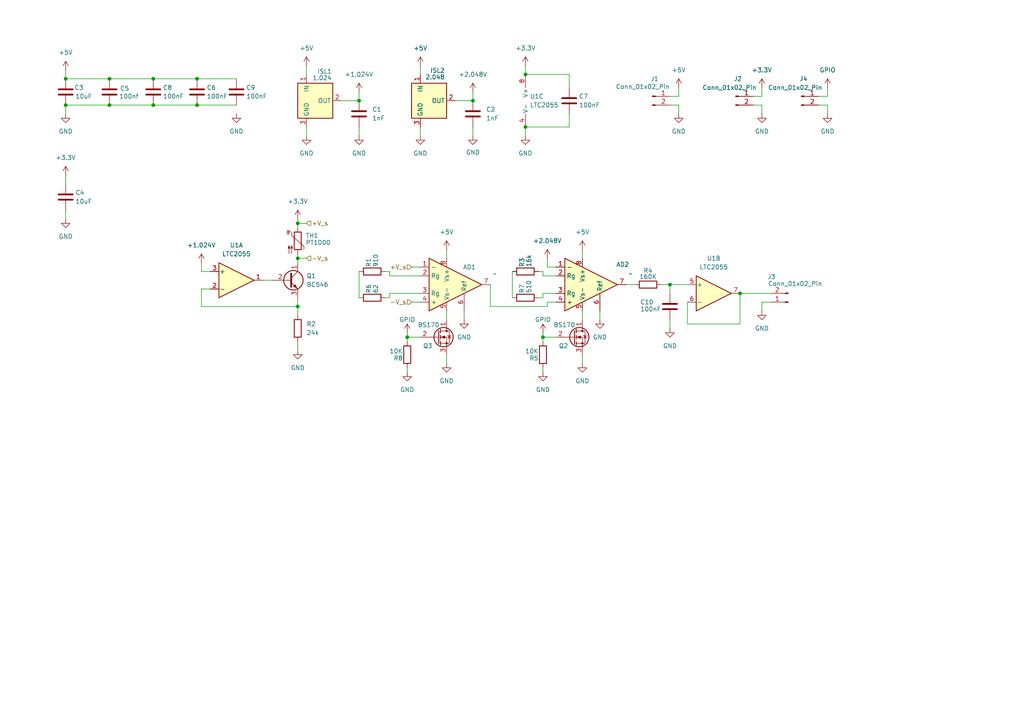
<source format=kicad_sch>
(kicad_sch (version 20231120) (generator "eeschema") (generator_version "8.0")
  (paper "A4")
  (lib_symbols
    (symbol "0_Bibliotheek_Niek:AD8220"
      (property "Reference" "AD8220" (at 6.096 5.08 0))
      (symbol "AD8220_0_1"
        (polyline (pts (xy -5.08 7.62) (xy -5.08 -7.62) (xy 10.16 0) (xy -5.08 7.62)) (stroke (width 0.254)) (fill (type background)))
      )
      (symbol "AD8220_1_1"
        (pin input line (at -7.62 5.08 0) (length 2.54) (name "-") (number "1"))
        (pin passive line (at -7.62 2.54 0) (length 2.54) (name "Rg") (number "2"))
        (pin passive line (at -7.62 -2.54 0) (length 2.54) (name "Rg") (number "3"))
        (pin input line (at -7.62 -5.08 0) (length 2.54) (name "+") (number "4"))
        (pin power_in line (at 0 -7.62 90) (length 2.54) (name "Vs-") (number "5"))
        (pin passive line (at 5.08 -7.62 90) (length 5.08) (name "Ref") (number "6"))
        (pin output line (at 12.7 0 180) (length 2.54) (name "~") (number "7"))
        (pin power_in line (at 0 7.62 270) (length 2.54) (name "Vs+") (number "8"))
      )
    )
    (symbol "0_Bibliotheek_Niek:ISL60002_1024"
      (property "Reference" "ISL60002" (at 4.064 6.858 0))
      (symbol "ISL60002_1024_0_1"
        (rectangle (start -5.08 5.08) (end 5.08 -5.08) (stroke (width 0.254)) (fill (type background)))
      )
      (symbol "ISL60002_1024_1_1"
        (pin power_in line (at -2.54 7.62 270) (length 2.54) (name "IN") (number "1"))
        (pin power_out line (at 7.62 0 180) (length 2.54) (name "OUT") (number "2"))
        (pin power_in line (at -2.54 -7.62 90) (length 2.54) (name "GND") (number "3"))
      )
    )
    (symbol "0_Bibliotheek_Niek:ISL60002_2048"
      (property "Reference" "ISL60002" (at 4.572 7.112 0))
      (symbol "ISL60002_2048_0_1"
        (rectangle (start -3.81 5.08) (end 6.35 -5.08) (stroke (width 0.254)) (fill (type background)))
      )
      (symbol "ISL60002_2048_1_1"
        (pin power_in line (at -1.27 7.62 270) (length 2.54) (name "IN") (number "1"))
        (pin power_out line (at 8.89 0 180) (length 2.54) (name "OUT") (number "2"))
        (pin power_in line (at -1.27 -7.62 90) (length 2.54) (name "GND") (number "3"))
      )
    )
    (symbol "Amplifier_Operational:LTC6253xMS8" (pin_names (offset 0.127))
      (property "Reference" "U" (at 2.54 6.35 0))
      (property "Value" "LTC6253xMS8" (at 2.54 3.81 0))
      (symbol "LTC6253xMS8_1_1"
        (polyline (pts (xy 5.08 0) (xy -5.08 5.08) (xy -5.08 -5.08) (xy 5.08 0)) (stroke (width 0.254)) (fill (type background)))
        (pin output line (at 7.62 0 180) (length 2.54) (name "~") (number "1"))
        (pin input line (at -7.62 -2.54 0) (length 2.54) (name "-") (number "2"))
        (pin input line (at -7.62 2.54 0) (length 2.54) (name "+") (number "3"))
      )
      (symbol "LTC6253xMS8_2_1"
        (polyline (pts (xy 5.08 0) (xy -5.08 5.08) (xy -5.08 -5.08) (xy 5.08 0)) (stroke (width 0.254)) (fill (type background)))
        (pin input line (at -7.62 2.54 0) (length 2.54) (name "+") (number "5"))
        (pin input line (at -7.62 -2.54 0) (length 2.54) (name "-") (number "6"))
        (pin output line (at 7.62 0 180) (length 2.54) (name "~") (number "7"))
      )
      (symbol "LTC6253xMS8_3_1"
        (pin power_in line (at 0 -7.62 90) (length 3.81) (name "V-") (number "4"))
        (pin power_in line (at 0 7.62 270) (length 3.81) (name "V+") (number "8"))
      )
    )
    (symbol "Connector:Conn_01x02_Pin" (pin_names (offset 1.016) hide)
      (property "Reference" "J" (at 0 2.54 0))
      (property "Value" "Conn_01x02_Pin" (at 0 -5.08 0))
      (symbol "Conn_01x02_Pin_1_1"
        (polyline (pts (xy 1.27 -2.54) (xy 0.8636 -2.54)) (stroke (width 0.1524)))
        (polyline (pts (xy 1.27 0) (xy 0.8636 0)) (stroke (width 0.1524)))
        (rectangle (start 0.8636 -2.413) (end 0 -2.667) (stroke (width 0.1524)) (fill (type outline)))
        (rectangle (start 0.8636 0.127) (end 0 -0.127) (stroke (width 0.1524)) (fill (type outline)))
        (pin passive line (at 5.08 0 180) (length 3.81) (name "Pin_1") (number "1"))
        (pin passive line (at 5.08 -2.54 180) (length 3.81) (name "Pin_2") (number "2"))
      )
    )
    (symbol "Device:C" (pin_numbers hide) (pin_names (offset 0.254))
      (property "Reference" "C" (at 0.635 2.54 0))
      (property "Value" "C" (at 0.635 -2.54 0))
      (symbol "C_0_1"
        (polyline (pts (xy -2.032 -0.762) (xy 2.032 -0.762)) (stroke (width 0.508)))
        (polyline (pts (xy -2.032 0.762) (xy 2.032 0.762)) (stroke (width 0.508)))
      )
      (symbol "C_1_1"
        (pin passive line (at 0 3.81 270) (length 2.794) (name "~") (number "1"))
        (pin passive line (at 0 -3.81 90) (length 2.794) (name "~") (number "2"))
      )
    )
    (symbol "Device:R" (pin_numbers hide) (pin_names (offset 0))
      (property "Reference" "R" (at 2.032 0 90))
      (property "Value" "R" (at 0 0 90))
      (symbol "R_0_1"
        (rectangle (start -1.016 -2.54) (end 1.016 2.54) (stroke (width 0.254)))
      )
      (symbol "R_1_1"
        (pin passive line (at 0 3.81 270) (length 1.27) (name "~") (number "1"))
        (pin passive line (at 0 -3.81 90) (length 1.27) (name "~") (number "2"))
      )
    )
    (symbol "Sensor_Temperature:PT1000" (pin_numbers hide) (pin_names (offset 0))
      (property "Reference" "TH" (at -4.445 0 90))
      (property "Value" "PT1000" (at 3.175 0 90))
      (symbol "PT1000_0_1"
        (arc (start -3.048 2.159) (mid -3.0495 2.3143) (end -3.175 2.413))
        (arc (start -3.048 2.159) (mid -2.9736 1.9794) (end -2.794 1.905))
        (arc (start -3.048 2.794) (mid -2.9736 2.6144) (end -2.794 2.54))
        (arc (start -2.794 1.905) (mid -2.6144 1.9794) (end -2.54 2.159))
        (arc (start -2.794 2.54) (mid -2.4393 2.5587) (end -2.159 2.794))
        (arc (start -2.794 3.048) (mid -2.9736 2.9736) (end -3.048 2.794))
        (arc (start -2.54 2.794) (mid -2.6144 2.9736) (end -2.794 3.048))
        (rectangle (start -1.016 2.54) (end 1.016 -2.54) (stroke (width 0.254)))
        (polyline (pts (xy -2.54 2.159) (xy -2.54 2.794)))
        (polyline (pts (xy -1.778 2.54) (xy -1.778 1.524) (xy 1.778 -1.524) (xy 1.778 -2.54)))
        (polyline (pts (xy -2.54 -3.683) (xy -2.54 -1.397) (xy -2.794 -2.159) (xy -2.286 -2.159) (xy -2.54 -1.397) (xy -2.54 -1.651)) (fill (type outline)))
        (polyline (pts (xy -1.778 -3.683) (xy -1.778 -1.397) (xy -2.032 -2.159) (xy -1.524 -2.159) (xy -1.778 -1.397) (xy -1.778 -1.651)) (fill (type outline)))
      )
      (symbol "PT1000_1_1"
        (pin passive line (at 0 3.81 270) (length 1.27) (name "~") (number "1"))
        (pin passive line (at 0 -3.81 90) (length 1.27) (name "~") (number "2"))
      )
    )
    (symbol "Transistor_BJT:BC546" (pin_names (offset 0) hide)
      (property "Reference" "Q" (at 5.08 1.905 0))
      (property "Value" "BC546" (at 5.08 0 0))
      (symbol "BC546_0_1"
        (polyline (pts (xy 0 0) (xy 0.635 0)))
        (polyline (pts (xy 0.635 0.635) (xy 2.54 2.54)))
        (polyline (pts (xy 0.635 -0.635) (xy 2.54 -2.54) (xy 2.54 -2.54)))
        (polyline (pts (xy 0.635 1.905) (xy 0.635 -1.905) (xy 0.635 -1.905)) (stroke (width 0.508)))
        (polyline (pts (xy 1.27 -1.778) (xy 1.778 -1.27) (xy 2.286 -2.286) (xy 1.27 -1.778) (xy 1.27 -1.778)) (fill (type outline)))
        (circle (center 1.27 0) (radius 2.8194) (stroke (width 0.254)))
      )
      (symbol "BC546_1_1"
        (pin passive line (at 2.54 5.08 270) (length 2.54) (name "C") (number "1"))
        (pin input line (at -5.08 0 0) (length 5.08) (name "B") (number "2"))
        (pin passive line (at 2.54 -5.08 90) (length 2.54) (name "E") (number "3"))
      )
    )
    (symbol "Transistor_FET:BS170" (pin_names hide)
      (property "Reference" "Q" (at 5.08 1.905 0))
      (property "Value" "BS170" (at 5.08 0 0))
      (symbol "BS170_0_1"
        (polyline (pts (xy 0.254 0) (xy -2.54 0)))
        (polyline (pts (xy 0.254 1.905) (xy 0.254 -1.905)) (stroke (width 0.254)))
        (polyline (pts (xy 0.762 -1.27) (xy 0.762 -2.286)) (stroke (width 0.254)))
        (polyline (pts (xy 0.762 0.508) (xy 0.762 -0.508)) (stroke (width 0.254)))
        (polyline (pts (xy 0.762 2.286) (xy 0.762 1.27)) (stroke (width 0.254)))
        (polyline (pts (xy 2.54 2.54) (xy 2.54 1.778)))
        (polyline (pts (xy 2.54 -2.54) (xy 2.54 0) (xy 0.762 0)))
        (polyline (pts (xy 0.762 -1.778) (xy 3.302 -1.778) (xy 3.302 1.778) (xy 0.762 1.778)))
        (polyline (pts (xy 1.016 0) (xy 2.032 0.381) (xy 2.032 -0.381) (xy 1.016 0)) (fill (type outline)))
        (polyline (pts (xy 2.794 0.508) (xy 2.921 0.381) (xy 3.683 0.381) (xy 3.81 0.254)))
        (polyline (pts (xy 3.302 0.381) (xy 2.921 -0.254) (xy 3.683 -0.254) (xy 3.302 0.381)))
        (circle (center 1.651 0) (radius 2.794) (stroke (width 0.254)))
        (circle (center 2.54 -1.778) (radius 0.254) (fill (type outline)))
        (circle (center 2.54 1.778) (radius 0.254) (fill (type outline)))
      )
      (symbol "BS170_1_1"
        (pin passive line (at 2.54 5.08 270) (length 2.54) (name "D") (number "1"))
        (pin input line (at -5.08 0 0) (length 2.54) (name "G") (number "2"))
        (pin passive line (at 2.54 -5.08 90) (length 2.54) (name "S") (number "3"))
      )
    )
    (symbol "power:+1V0" (power) (pin_numbers hide) (pin_names (offset 0) hide)
      (property "Value" "+1V0" (at 0 3.556 0))
      (symbol "+1V0_0_1"
        (polyline (pts (xy -0.762 1.27) (xy 0 2.54)))
        (polyline (pts (xy 0 0) (xy 0 2.54)))
        (polyline (pts (xy 0 2.54) (xy 0.762 1.27)))
      )
      (symbol "+1V0_1_1"
        (pin power_in line (at 0 0 90) (length 0) (name "~") (number "1"))
      )
    )
    (symbol "power:+1V8" (power) (pin_numbers hide) (pin_names (offset 0) hide)
      (property "Value" "+1V8" (at 0 3.556 0))
      (symbol "+1V8_0_1"
        (polyline (pts (xy -0.762 1.27) (xy 0 2.54)))
        (polyline (pts (xy 0 0) (xy 0 2.54)))
        (polyline (pts (xy 0 2.54) (xy 0.762 1.27)))
      )
      (symbol "+1V8_1_1"
        (pin power_in line (at 0 0 90) (length 0) (name "~") (number "1"))
      )
    )
    (symbol "power:+3.3V" (power) (pin_numbers hide) (pin_names (offset 0) hide)
      (property "Value" "+3.3V" (at 0 3.556 0))
      (symbol "+3.3V_0_1"
        (polyline (pts (xy -0.762 1.27) (xy 0 2.54)))
        (polyline (pts (xy 0 0) (xy 0 2.54)))
        (polyline (pts (xy 0 2.54) (xy 0.762 1.27)))
      )
      (symbol "+3.3V_1_1"
        (pin power_in line (at 0 0 90) (length 0) (name "~") (number "1"))
      )
    )
    (symbol "power:+5V" (power) (pin_numbers hide) (pin_names (offset 0) hide)
      (property "Value" "+5V" (at 0 3.556 0))
      (symbol "+5V_0_1"
        (polyline (pts (xy -0.762 1.27) (xy 0 2.54)))
        (polyline (pts (xy 0 0) (xy 0 2.54)))
        (polyline (pts (xy 0 2.54) (xy 0.762 1.27)))
      )
      (symbol "+5V_1_1"
        (pin power_in line (at 0 0 90) (length 0) (name "~") (number "1"))
      )
    )
    (symbol "power:GND" (power) (pin_numbers hide) (pin_names (offset 0) hide)
      (property "Value" "GND" (at 0 -3.81 0))
      (symbol "GND_0_1"
        (polyline (pts (xy 0 0) (xy 0 -1.27) (xy 1.27 -1.27) (xy 0 -2.54) (xy -1.27 -1.27) (xy 0 -1.27)))
      )
      (symbol "GND_1_1"
        (pin power_in line (at 0 0 270) (length 0) (name "~") (number "1"))
      )
    )
  )
  (junction (at 19.05 22.86))
  (junction (at 194.31 82.55))
  (junction (at 152.4 36.83))
  (junction (at 137.16 29.21))
  (junction (at 44.45 30.48))
  (junction (at 157.48 97.79))
  (junction (at 86.36 74.93))
  (junction (at 57.15 30.48))
  (junction (at 86.36 64.77))
  (junction (at 152.4 21.59))
  (junction (at 44.45 22.86))
  (junction (at 31.75 22.86))
  (junction (at 104.14 29.21))
  (junction (at 19.05 30.48))
  (junction (at 57.15 22.86))
  (junction (at 118.11 97.79))
  (junction (at 214.63 85.09))
  (junction (at 86.36 88.9))
  (junction (at 31.75 30.48))
  (wire (pts (xy 152.4 19.05) (xy 152.4 21.59)))
  (wire (pts (xy 134.62 92.71) (xy 134.62 90.17)))
  (wire (pts (xy 165.1 36.83) (xy 152.4 36.83)))
  (wire (pts (xy 119.38 87.63) (xy 121.92 87.63)))
  (wire (pts (xy 86.36 74.93) (xy 86.36 76.2)))
  (wire (pts (xy 168.91 72.39) (xy 168.91 74.93)))
  (wire (pts (xy 19.05 60.96) (xy 19.05 63.5)))
  (wire (pts (xy 157.48 85.09) (xy 161.29 85.09)))
  (wire (pts (xy 129.54 102.87) (xy 129.54 105.41)))
  (wire (pts (xy 165.1 33.02) (xy 165.1 36.83)))
  (wire (pts (xy 158.75 88.9) (xy 158.75 87.63)))
  (wire (pts (xy 157.48 86.36) (xy 157.48 85.09)))
  (wire (pts (xy 214.63 85.09) (xy 223.52 85.09)))
  (wire (pts (xy 86.36 63.5) (xy 86.36 64.77)))
  (wire (pts (xy 148.59 78.74) (xy 148.59 86.36)))
  (wire (pts (xy 220.98 30.48) (xy 220.98 33.02)))
  (wire (pts (xy 118.11 97.79) (xy 121.92 97.79)))
  (wire (pts (xy 86.36 88.9) (xy 58.42 88.9)))
  (wire (pts (xy 88.9 19.05) (xy 88.9 21.59)))
  (wire (pts (xy 158.75 74.93) (xy 158.75 77.47)))
  (wire (pts (xy 19.05 50.8) (xy 19.05 53.34)))
  (wire (pts (xy 165.1 25.4) (xy 165.1 21.59)))
  (wire (pts (xy 76.2 81.28) (xy 78.74 81.28)))
  (wire (pts (xy 137.16 26.67) (xy 137.16 29.21)))
  (wire (pts (xy 57.15 22.86) (xy 68.58 22.86)))
  (wire (pts (xy 157.48 106.68) (xy 157.48 107.95)))
  (wire (pts (xy 196.85 30.48) (xy 194.31 30.48)))
  (wire (pts (xy 168.91 92.71) (xy 168.91 90.17)))
  (wire (pts (xy 113.03 78.74) (xy 113.03 80.01)))
  (wire (pts (xy 58.42 83.82) (xy 60.96 83.82)))
  (wire (pts (xy 196.85 33.02) (xy 196.85 30.48)))
  (wire (pts (xy 181.61 82.55) (xy 184.15 82.55)))
  (wire (pts (xy 88.9 74.93) (xy 86.36 74.93)))
  (wire (pts (xy 165.1 21.59) (xy 152.4 21.59)))
  (wire (pts (xy 19.05 20.32) (xy 19.05 22.86)))
  (wire (pts (xy 88.9 36.83) (xy 88.9 39.37)))
  (wire (pts (xy 118.11 99.06) (xy 118.11 97.79)))
  (wire (pts (xy 118.11 106.68) (xy 118.11 107.95)))
  (wire (pts (xy 88.9 64.77) (xy 86.36 64.77)))
  (wire (pts (xy 58.42 76.2) (xy 58.42 78.74)))
  (wire (pts (xy 220.98 87.63) (xy 223.52 87.63)))
  (wire (pts (xy 31.75 22.86) (xy 44.45 22.86)))
  (wire (pts (xy 237.49 30.48) (xy 240.03 30.48)))
  (wire (pts (xy 19.05 30.48) (xy 19.05 33.02)))
  (wire (pts (xy 173.99 92.71) (xy 173.99 90.17)))
  (wire (pts (xy 220.98 90.17) (xy 220.98 87.63)))
  (wire (pts (xy 129.54 72.39) (xy 129.54 74.93)))
  (wire (pts (xy 121.92 36.83) (xy 121.92 39.37)))
  (wire (pts (xy 137.16 36.83) (xy 137.16 39.37)))
  (wire (pts (xy 121.92 85.09) (xy 113.03 85.09)))
  (wire (pts (xy 44.45 22.86) (xy 57.15 22.86)))
  (wire (pts (xy 157.48 80.01) (xy 157.48 78.74)))
  (wire (pts (xy 194.31 82.55) (xy 199.39 82.55)))
  (wire (pts (xy 220.98 25.4) (xy 220.98 27.94)))
  (wire (pts (xy 214.63 85.09) (xy 214.63 93.98)))
  (wire (pts (xy 132.08 29.21) (xy 137.16 29.21)))
  (wire (pts (xy 86.36 101.6) (xy 86.36 99.06)))
  (wire (pts (xy 220.98 27.94) (xy 218.44 27.94)))
  (wire (pts (xy 196.85 27.94) (xy 194.31 27.94)))
  (wire (pts (xy 196.85 25.4) (xy 196.85 27.94)))
  (wire (pts (xy 111.76 86.36) (xy 113.03 86.36)))
  (wire (pts (xy 129.54 92.71) (xy 129.54 90.17)))
  (wire (pts (xy 104.14 78.74) (xy 104.14 86.36)))
  (wire (pts (xy 86.36 86.36) (xy 86.36 88.9)))
  (wire (pts (xy 58.42 88.9) (xy 58.42 83.82)))
  (wire (pts (xy 142.24 82.55) (xy 142.24 88.9)))
  (wire (pts (xy 158.75 87.63) (xy 161.29 87.63)))
  (wire (pts (xy 156.21 86.36) (xy 157.48 86.36)))
  (wire (pts (xy 31.75 30.48) (xy 44.45 30.48)))
  (wire (pts (xy 191.77 82.55) (xy 194.31 82.55)))
  (wire (pts (xy 86.36 64.77) (xy 86.36 66.04)))
  (wire (pts (xy 104.14 26.67) (xy 104.14 29.21)))
  (wire (pts (xy 113.03 80.01) (xy 121.92 80.01)))
  (wire (pts (xy 86.36 73.66) (xy 86.36 74.93)))
  (wire (pts (xy 240.03 25.4) (xy 240.03 27.94)))
  (wire (pts (xy 19.05 22.86) (xy 31.75 22.86)))
  (wire (pts (xy 86.36 88.9) (xy 86.36 91.44)))
  (wire (pts (xy 214.63 93.98) (xy 199.39 93.98)))
  (wire (pts (xy 240.03 27.94) (xy 237.49 27.94)))
  (wire (pts (xy 152.4 36.83) (xy 152.4 39.37)))
  (wire (pts (xy 57.15 30.48) (xy 68.58 30.48)))
  (wire (pts (xy 118.11 96.52) (xy 118.11 97.79)))
  (wire (pts (xy 157.48 97.79) (xy 161.29 97.79)))
  (wire (pts (xy 240.03 30.48) (xy 240.03 33.02)))
  (wire (pts (xy 142.24 88.9) (xy 158.75 88.9)))
  (wire (pts (xy 44.45 30.48) (xy 57.15 30.48)))
  (wire (pts (xy 104.14 36.83) (xy 104.14 39.37)))
  (wire (pts (xy 157.48 99.06) (xy 157.48 97.79)))
  (wire (pts (xy 157.48 78.74) (xy 156.21 78.74)))
  (wire (pts (xy 121.92 19.05) (xy 121.92 21.59)))
  (wire (pts (xy 157.48 96.52) (xy 157.48 97.79)))
  (wire (pts (xy 158.75 77.47) (xy 161.29 77.47)))
  (wire (pts (xy 161.29 80.01) (xy 157.48 80.01)))
  (wire (pts (xy 199.39 93.98) (xy 199.39 87.63)))
  (wire (pts (xy 111.76 78.74) (xy 113.03 78.74)))
  (wire (pts (xy 99.06 29.21) (xy 104.14 29.21)))
  (wire (pts (xy 58.42 78.74) (xy 60.96 78.74)))
  (wire (pts (xy 119.38 77.47) (xy 121.92 77.47)))
  (wire (pts (xy 218.44 30.48) (xy 220.98 30.48)))
  (wire (pts (xy 194.31 82.55) (xy 194.31 85.09)))
  (wire (pts (xy 194.31 92.71) (xy 194.31 95.25)))
  (wire (pts (xy 19.05 30.48) (xy 31.75 30.48)))
  (wire (pts (xy 113.03 86.36) (xy 113.03 85.09)))
  (wire (pts (xy 168.91 102.87) (xy 168.91 105.41)))
  (hierarchical_label "-V_s" (shape input) (at 119.38 87.63 180))
  (hierarchical_label "+V_s" (shape input) (at 88.9 64.77 0))
  (hierarchical_label "-V_s" (shape input) (at 88.9 74.93 0))
  (hierarchical_label "+V_s" (shape input) (at 119.38 77.47 180))
  (symbol (lib_id "0_Bibliotheek_Niek:AD8220") (at 168.91 82.55 0) (unit 1)
    (property "Reference" "AD2" (at 180.594 76.708 0))
    (property "Value" "~" (at 182.88 79.4065 0))
    (property "Footprint" "Package_SO:MSOP-8_3x3mm_P0.65mm" (effects (hide yes)))
    (property "Datasheet" "https://www.analog.com/media/en/technical-documentation/data-sheets/AD8220.pdf" (effects (hide yes)))
    (property "Description" "JFET Input Instrumentation Amplifier with Rail-to-Rail Output in MSOP Package" (effects (hide yes)))
  )
  (symbol (lib_id "Transistor_FET:BS170") (at 166.37 97.79 0) (unit 1)
    (property "Reference" "Q2" (at 162.052 100.33 0) (effects (justify left)))
    (property "Value" "BS170" (at 160.528 94.234 0) (effects (justify left)))
    (property "Footprint" "Package_TO_SOT_THT:TO-92_Inline" (effects (hide yes)))
    (property "Datasheet" "https://www.onsemi.com/pub/Collateral/BS170-D.PDF" (effects (hide yes)))
    (property "Description" "0.5A Id, 60V Vds, N-Channel MOSFET, TO-92" (effects (hide yes)))
  )
  (symbol (lib_id "Sensor_Temperature:PT1000") (at 86.36 69.85 0) (unit 1)
    (property "Reference" "TH1" (at 88.646 68.326 0) (effects (justify left)))
    (property "Value" "PT1000" (at 88.646 70.358 0) (effects (justify left)))
    (property "Footprint" "Connector_PinHeader_1.00mm:PinHeader_1x02_P1.00mm_Vertical" (effects (hide yes)))
    (property "Datasheet" "https://www.heraeus.com/media/media/group/doc_group/products_1/hst/sot_to/de_15/to_92_d.pdf" (effects (hide yes)))
    (property "Description" "PT1000 platinum temperature sensor (RTD)" (effects (hide yes)))
  )
  (symbol (lib_id "Amplifier_Operational:LTC6253xMS8") (at 207.01 85.09 0) (unit 2)
    (property "Reference" "U1" (at 207.01 74.93 0))
    (property "Value" "LTC2055" (at 207.01 77.47 0))
    (property "Footprint" "Package_SO:MSOP-8_3x3mm_P0.65mm" (effects (hide yes)))
    (property "Datasheet" "https://www.analog.com/media/en/technical-documentation/data-sheets/625234fc.pdf" (effects (hide yes)))
    (property "Description" "720MHz, 3.5mA Power Efficient, Rail-to-Rail Op Amp, MSOP-8" (effects (hide yes)))
  )
  (symbol (lib_id "power:GND") (at 220.98 33.02 0) (unit 1)
    (property "Reference" "#PWR027" (effects (hide yes)))
    (property "Value" "GND" (at 220.98 38.1 0))
    (property "Description" "Power symbol creates a global label with name \"GND\" , ground" (effects (hide yes)))
  )
  (symbol (lib_id "power:GND") (at 137.16 39.37 0) (unit 1)
    (property "Reference" "#PWR013" (effects (hide yes)))
    (property "Value" "GND" (at 137.16 44.196 0))
    (property "Description" "Power symbol creates a global label with name \"GND\" , ground" (effects (hide yes)))
  )
  (symbol (lib_id "Device:R") (at 157.48 102.87 180) (unit 1)
    (property "Reference" "R5" (at 156.21 103.886 0) (effects (justify left)))
    (property "Value" "10K" (at 156.21 101.854 0) (effects (justify left)))
    (property "Footprint" "Resistor_SMD:R_0805_2012Metric" (effects (hide yes)))
    (property "Description" "Resistor" (effects (hide yes)))
  )
  (symbol (lib_id "Device:R") (at 152.4 86.36 90) (unit 1)
    (property "Reference" "R7" (at 151.384 85.09 0) (effects (justify left)))
    (property "Value" "510" (at 153.416 85.09 0) (effects (justify left)))
    (property "Footprint" "Resistor_SMD:R_0805_2012Metric" (effects (hide yes)))
    (property "Description" "Resistor" (effects (hide yes)))
  )
  (symbol (lib_id "Device:R") (at 86.36 95.25 0) (unit 1)
    (property "Reference" "R2" (at 88.9 93.9799 0) (effects (justify left)))
    (property "Value" "24k" (at 88.9 96.5199 0) (effects (justify left)))
    (property "Footprint" "Resistor_SMD:R_0805_2012Metric" (effects (hide yes)))
    (property "Description" "Resistor" (effects (hide yes)))
  )
  (symbol (lib_id "0_Bibliotheek_Niek:AD8220") (at 129.54 82.55 0) (unit 1)
    (property "Reference" "AD1" (at 136.144 77.47 0))
    (property "Value" "~" (at 143.51 79.4065 0))
    (property "Footprint" "Package_SO:MSOP-8_3x3mm_P0.65mm" (effects (hide yes)))
    (property "Datasheet" "https://www.analog.com/media/en/technical-documentation/data-sheets/AD8220.pdf" (effects (hide yes)))
    (property "Description" "JFET Input Instrumentation Amplifier with Rail-to-Rail Output in MSOP Package" (effects (hide yes)))
  )
  (symbol (lib_id "Device:R") (at 107.95 86.36 90) (unit 1)
    (property "Reference" "R6" (at 106.934 85.09 0) (effects (justify left)))
    (property "Value" "62" (at 108.966 85.09 0) (effects (justify left)))
    (property "Footprint" "Resistor_SMD:R_0805_2012Metric" (effects (hide yes)))
    (property "Description" "Resistor" (effects (hide yes)))
  )
  (symbol (lib_id "Device:R") (at 152.4 78.74 90) (unit 1)
    (property "Reference" "R3" (at 151.384 77.47 0) (effects (justify left)))
    (property "Value" "16k" (at 153.416 77.47 0) (effects (justify left)))
    (property "Footprint" "Resistor_SMD:R_0805_2012Metric" (effects (hide yes)))
    (property "Description" "Resistor" (effects (hide yes)))
  )
  (symbol (lib_id "power:GND") (at 129.54 105.41 0) (unit 1)
    (property "Reference" "#PWR037" (effects (hide yes)))
    (property "Value" "GND" (at 129.54 110.49 0))
    (property "Description" "Power symbol creates a global label with name \"GND\" , ground" (effects (hide yes)))
  )
  (symbol (lib_id "power:GND") (at 104.14 39.37 0) (unit 1)
    (property "Reference" "#PWR012" (effects (hide yes)))
    (property "Value" "GND" (at 104.14 44.45 0))
    (property "Description" "Power symbol creates a global label with name \"GND\" , ground" (effects (hide yes)))
  )
  (symbol (lib_id "Device:C") (at 19.05 57.15 0) (unit 1)
    (property "Reference" "C4" (at 21.844 55.88 0) (effects (justify left)))
    (property "Value" "10uF" (at 21.844 58.42 0) (effects (justify left)))
    (property "Footprint" "Capacitor_THT:CP_Radial_D4.0mm_P2.00mm" (effects (hide yes)))
    (property "Description" "Unpolarized capacitor" (effects (hide yes)))
  )
  (symbol (lib_id "power:+5V") (at 129.54 72.39 0) (unit 1)
    (property "Reference" "#PWR07" (effects (hide yes)))
    (property "Value" "+5V" (at 129.54 67.31 0))
    (property "Description" "Power symbol creates a global label with name \"+5V\"" (effects (hide yes)))
  )
  (symbol (lib_id "power:+5V") (at 168.91 72.39 0) (unit 1)
    (property "Reference" "#PWR024" (effects (hide yes)))
    (property "Value" "+5V" (at 168.91 67.31 0))
    (property "Description" "Power symbol creates a global label with name \"+5V\"" (effects (hide yes)))
  )
  (symbol (lib_id "power:GND") (at 118.11 107.95 0) (unit 1)
    (property "Reference" "#PWR036" (effects (hide yes)))
    (property "Value" "GND" (at 118.11 113.03 0))
    (property "Description" "Power symbol creates a global label with name \"GND\" , ground" (effects (hide yes)))
  )
  (symbol (lib_id "Device:C") (at 194.31 88.9 0) (unit 1)
    (property "Reference" "C10" (at 185.674 87.63 0) (effects (justify left)))
    (property "Value" "100nF" (at 185.674 89.662 0) (effects (justify left)))
    (property "Footprint" "Capacitor_SMD:C_0805_2012Metric" (effects (hide yes)))
    (property "Description" "Unpolarized capacitor" (effects (hide yes)))
  )
  (symbol (lib_id "Device:C") (at 19.05 26.67 0) (unit 1)
    (property "Reference" "C3" (at 21.59 25.4 0) (effects (justify left)))
    (property "Value" "10uF" (at 21.844 27.94 0) (effects (justify left)))
    (property "Footprint" "Capacitor_THT:CP_Radial_D4.0mm_P2.00mm" (effects (hide yes)))
    (property "Description" "Unpolarized capacitor" (effects (hide yes)))
  )
  (symbol (lib_id "power:GND") (at 88.9 39.37 0) (unit 1)
    (property "Reference" "#PWR08" (effects (hide yes)))
    (property "Value" "GND" (at 88.9 44.45 0))
    (property "Description" "Power symbol creates a global label with name \"GND\" , ground" (effects (hide yes)))
  )
  (symbol (lib_id "power:+3.3V") (at 240.03 25.4 0) (unit 1)
    (property "Reference" "#PWR030" (effects (hide yes)))
    (property "Value" "GPIO" (at 240.03 20.32 0))
    (property "Description" "Power symbol creates a global label with name \"+3.3V\"" (effects (hide yes)))
  )
  (symbol (lib_id "Device:R") (at 107.95 78.74 90) (unit 1)
    (property "Reference" "R1" (at 106.934 77.47 0) (effects (justify left)))
    (property "Value" "910" (at 108.966 77.47 0) (effects (justify left)))
    (property "Footprint" "Resistor_SMD:R_0805_2012Metric" (effects (hide yes)))
    (property "Description" "Resistor" (effects (hide yes)))
  )
  (symbol (lib_id "power:+5V") (at 196.85 25.4 0) (unit 1)
    (property "Reference" "#PWR018" (effects (hide yes)))
    (property "Value" "+5V" (at 196.85 20.32 0))
    (property "Description" "Power symbol creates a global label with name \"+5V\"" (effects (hide yes)))
  )
  (symbol (lib_id "Connector:Conn_01x02_Pin") (at 213.36 27.94 0) (unit 1)
    (property "Reference" "J2" (at 213.995 22.86 0))
    (property "Value" "Conn_01x02_Pin" (at 211.582 25.4 0))
    (property "Footprint" "Connector_PinHeader_1.00mm:PinHeader_1x02_P1.00mm_Vertical" (effects (hide yes)))
    (property "Description" "Generic connector, single row, 01x02, script generated" (effects (hide yes)))
  )
  (symbol (lib_id "power:GND") (at 168.91 105.41 0) (unit 1)
    (property "Reference" "#PWR022" (effects (hide yes)))
    (property "Value" "GND" (at 168.91 110.49 0))
    (property "Description" "Power symbol creates a global label with name \"GND\" , ground" (effects (hide yes)))
  )
  (symbol (lib_id "Connector:Conn_01x02_Pin") (at 228.6 87.63 180) (unit 1)
    (property "Reference" "J3" (at 223.774 80.264 0))
    (property "Value" "Conn_01x02_Pin" (at 230.632 82.296 0))
    (property "Footprint" "Connector_PinHeader_1.00mm:PinHeader_1x02_P1.00mm_Vertical" (effects (hide yes)))
    (property "Description" "Generic connector, single row, 01x02, script generated" (effects (hide yes)))
  )
  (symbol (lib_id "power:+3.3V") (at 152.4 19.05 0) (unit 1)
    (property "Reference" "#PWR017" (effects (hide yes)))
    (property "Value" "+3.3V" (at 152.4 13.97 0))
    (property "Description" "Power symbol creates a global label with name \"+3.3V\"" (effects (hide yes)))
  )
  (symbol (lib_id "power:GND") (at 19.05 63.5 0) (unit 1)
    (property "Reference" "#PWR03" (effects (hide yes)))
    (property "Value" "GND" (at 19.05 68.58 0))
    (property "Description" "Power symbol creates a global label with name \"GND\" , ground" (effects (hide yes)))
  )
  (symbol (lib_id "Device:C") (at 68.58 26.67 0) (unit 1)
    (property "Reference" "C9" (at 71.374 25.4 0) (effects (justify left)))
    (property "Value" "100nF" (at 71.374 27.94 0) (effects (justify left)))
    (property "Footprint" "Capacitor_SMD:C_0805_2012Metric" (effects (hide yes)))
    (property "Description" "Unpolarized capacitor" (effects (hide yes)))
  )
  (symbol (lib_id "power:GND") (at 157.48 107.95 0) (unit 1)
    (property "Reference" "#PWR06" (effects (hide yes)))
    (property "Value" "GND" (at 157.48 113.03 0))
    (property "Description" "Power symbol creates a global label with name \"GND\" , ground" (effects (hide yes)))
  )
  (symbol (lib_id "power:+1V0") (at 58.42 76.2 0) (unit 1)
    (property "Reference" "#PWR019" (effects (hide yes)))
    (property "Value" "+1.024V" (at 58.42 71.12 0))
    (property "Description" "Power symbol creates a global label with name \"+1V0\"" (effects (hide yes)))
  )
  (symbol (lib_id "power:GND") (at 240.03 33.02 0) (unit 1)
    (property "Reference" "#PWR033" (effects (hide yes)))
    (property "Value" "GND" (at 240.03 38.1 0))
    (property "Description" "Power symbol creates a global label with name \"GND\" , ground" (effects (hide yes)))
  )
  (symbol (lib_id "Device:R") (at 187.96 82.55 90) (unit 1)
    (property "Reference" "R4" (at 187.96 78.486 90))
    (property "Value" "160K" (at 187.96 80.264 90))
    (property "Footprint" "Resistor_SMD:R_0805_2012Metric" (effects (hide yes)))
    (property "Description" "Resistor" (effects (hide yes)))
  )
  (symbol (lib_id "Device:C") (at 31.75 26.67 0) (unit 1)
    (property "Reference" "C5" (at 34.798 25.654 0) (effects (justify left)))
    (property "Value" "100nf" (at 34.544 27.94 0) (effects (justify left)))
    (property "Footprint" "Capacitor_SMD:C_0805_2012Metric" (effects (hide yes)))
    (property "Description" "Unpolarized capacitor" (effects (hide yes)))
  )
  (symbol (lib_id "Device:C") (at 165.1 29.21 0) (unit 1)
    (property "Reference" "C7" (at 167.894 27.94 0) (effects (justify left)))
    (property "Value" "100nF" (at 167.894 30.48 0) (effects (justify left)))
    (property "Footprint" "Capacitor_SMD:C_0805_2012Metric" (effects (hide yes)))
    (property "Description" "Unpolarized capacitor" (effects (hide yes)))
  )
  (symbol (lib_id "power:+3.3V") (at 157.48 96.52 0) (unit 1)
    (property "Reference" "#PWR034" (effects (hide yes)))
    (property "Value" "GPIO" (at 157.48 92.71 0))
    (property "Description" "Power symbol creates a global label with name \"+3.3V\"" (effects (hide yes)))
  )
  (symbol (lib_id "Device:C") (at 137.16 33.02 0) (unit 1)
    (property "Reference" "C2" (at 140.97 31.7499 0) (effects (justify left)))
    (property "Value" "1nF" (at 140.97 34.2899 0) (effects (justify left)))
    (property "Footprint" "Capacitor_SMD:C_0805_2012Metric" (effects (hide yes)))
    (property "Description" "Unpolarized capacitor" (effects (hide yes)))
  )
  (symbol (lib_id "power:+1V0") (at 104.14 26.67 0) (unit 1)
    (property "Reference" "#PWR014" (effects (hide yes)))
    (property "Value" "+1.024V" (at 104.14 21.59 0))
    (property "Description" "Power symbol creates a global label with name \"+1V0\"" (effects (hide yes)))
  )
  (symbol (lib_id "power:GND") (at 121.92 39.37 0) (unit 1)
    (property "Reference" "#PWR09" (effects (hide yes)))
    (property "Value" "GND" (at 121.92 44.45 0))
    (property "Description" "Power symbol creates a global label with name \"GND\" , ground" (effects (hide yes)))
  )
  (symbol (lib_id "power:+5V") (at 19.05 20.32 0) (unit 1)
    (property "Reference" "#PWR02" (effects (hide yes)))
    (property "Value" "+5V" (at 19.05 15.24 0))
    (property "Description" "Power symbol creates a global label with name \"+5V\"" (effects (hide yes)))
  )
  (symbol (lib_id "power:+3.3V") (at 118.11 96.52 0) (unit 1)
    (property "Reference" "#PWR035" (effects (hide yes)))
    (property "Value" "GPIO" (at 118.11 92.71 0))
    (property "Description" "Power symbol creates a global label with name \"+3.3V\"" (effects (hide yes)))
  )
  (symbol (lib_id "power:+5V") (at 88.9 19.05 0) (unit 1)
    (property "Reference" "#PWR010" (effects (hide yes)))
    (property "Value" "+5V" (at 88.9 13.97 0))
    (property "Description" "Power symbol creates a global label with name \"+5V\"" (effects (hide yes)))
  )
  (symbol (lib_id "power:+5V") (at 121.92 19.05 0) (unit 1)
    (property "Reference" "#PWR011" (effects (hide yes)))
    (property "Value" "+5V" (at 121.92 13.97 0))
    (property "Description" "Power symbol creates a global label with name \"+5V\"" (effects (hide yes)))
  )
  (symbol (lib_id "Device:C") (at 44.45 26.67 0) (unit 1)
    (property "Reference" "C8" (at 47.244 25.4 0) (effects (justify left)))
    (property "Value" "100nF" (at 47.244 27.94 0) (effects (justify left)))
    (property "Footprint" "Capacitor_SMD:C_0805_2012Metric" (effects (hide yes)))
    (property "Description" "Unpolarized capacitor" (effects (hide yes)))
  )
  (symbol (lib_id "0_Bibliotheek_Niek:ISL60002_1024") (at 91.44 29.21 0) (unit 1)
    (property "Reference" "ISL1" (at 96.266 20.7009 0) (effects (justify right)))
    (property "Value" "1.024" (at 96.266 22.606 0) (effects (justify right)))
    (property "Footprint" "Package_TO_SOT_SMD:SOT-23" (effects (hide yes)))
  )
  (symbol (lib_id "0_Bibliotheek_Niek:ISL60002_2048") (at 123.19 29.21 0) (unit 1)
    (property "Reference" "ISL2" (at 129.032 20.4469 0) (effects (justify right)))
    (property "Value" "2.048" (at 129.032 22.352 0) (effects (justify right)))
    (property "Footprint" "Package_TO_SOT_SMD:SOT-23" (effects (hide yes)))
  )
  (symbol (lib_id "Transistor_FET:BS170") (at 127 97.79 0) (unit 1)
    (property "Reference" "Q3" (at 122.682 100.33 0) (effects (justify left)))
    (property "Value" "BS170" (at 121.158 94.234 0) (effects (justify left)))
    (property "Footprint" "Package_TO_SOT_THT:TO-92_Inline" (effects (hide yes)))
    (property "Datasheet" "https://www.onsemi.com/pub/Collateral/BS170-D.PDF" (effects (hide yes)))
    (property "Description" "0.5A Id, 60V Vds, N-Channel MOSFET, TO-92" (effects (hide yes)))
  )
  (symbol (lib_id "power:GND") (at 152.4 39.37 0) (unit 1)
    (property "Reference" "#PWR016" (effects (hide yes)))
    (property "Value" "GND" (at 152.4 44.45 0))
    (property "Description" "Power symbol creates a global label with name \"GND\" , ground" (effects (hide yes)))
  )
  (symbol (lib_id "Transistor_BJT:BC546") (at 83.82 81.28 0) (unit 1)
    (property "Reference" "Q1" (at 88.9 80.0099 0) (effects (justify left)))
    (property "Value" "BC546" (at 88.9 82.5499 0) (effects (justify left)))
    (property "Footprint" "Package_TO_SOT_THT:TO-92_Inline" (effects (hide yes)))
    (property "Datasheet" "https://www.onsemi.com/pub/Collateral/BC550-D.pdf" (effects (hide yes)))
    (property "Description" "0.1A Ic, 65V Vce, Small Signal NPN Transistor, TO-92" (effects (hide yes)))
  )
  (symbol (lib_id "power:GND") (at 196.85 33.02 0) (unit 1)
    (property "Reference" "#PWR026" (effects (hide yes)))
    (property "Value" "GND" (at 196.85 38.1 0))
    (property "Description" "Power symbol creates a global label with name \"GND\" , ground" (effects (hide yes)))
  )
  (symbol (lib_id "Device:C") (at 57.15 26.67 0) (unit 1)
    (property "Reference" "C6" (at 59.944 25.4 0) (effects (justify left)))
    (property "Value" "100nF" (at 59.944 27.94 0) (effects (justify left)))
    (property "Footprint" "Capacitor_SMD:C_0805_2012Metric" (effects (hide yes)))
    (property "Description" "Unpolarized capacitor" (effects (hide yes)))
  )
  (symbol (lib_id "power:GND") (at 194.31 95.25 0) (unit 1)
    (property "Reference" "#PWR032" (effects (hide yes)))
    (property "Value" "GND" (at 194.31 100.33 0))
    (property "Description" "Power symbol creates a global label with name \"GND\" , ground" (effects (hide yes)))
  )
  (symbol (lib_id "Device:C") (at 104.14 33.02 0) (unit 1)
    (property "Reference" "C1" (at 107.95 31.7499 0) (effects (justify left)))
    (property "Value" "1nF" (at 107.95 34.2899 0) (effects (justify left)))
    (property "Footprint" "Capacitor_SMD:C_0805_2012Metric" (effects (hide yes)))
    (property "Description" "Unpolarized capacitor" (effects (hide yes)))
  )
  (symbol (lib_id "power:GND") (at 86.36 101.6 0) (unit 1)
    (property "Reference" "#PWR020" (effects (hide yes)))
    (property "Value" "GND" (at 86.36 106.68 0))
    (property "Description" "Power symbol creates a global label with name \"GND\" , ground" (effects (hide yes)))
  )
  (symbol (lib_id "power:+1V8") (at 137.16 26.67 0) (unit 1)
    (property "Reference" "#PWR015" (effects (hide yes)))
    (property "Value" "+2.048V" (at 137.16 21.59 0))
    (property "Description" "Power symbol creates a global label with name \"+1V8\"" (effects (hide yes)))
  )
  (symbol (lib_id "power:GND") (at 220.98 90.17 0) (unit 1)
    (property "Reference" "#PWR029" (effects (hide yes)))
    (property "Value" "GND" (at 220.98 95.25 0))
    (property "Description" "Power symbol creates a global label with name \"GND\" , ground" (effects (hide yes)))
  )
  (symbol (lib_id "power:+1V8") (at 158.75 74.93 0) (unit 1)
    (property "Reference" "#PWR025" (effects (hide yes)))
    (property "Value" "+2.048V" (at 158.75 69.85 0))
    (property "Description" "Power symbol creates a global label with name \"+1V8\"" (effects (hide yes)))
  )
  (symbol (lib_id "power:+3.3V") (at 86.36 63.5 0) (unit 1)
    (property "Reference" "#PWR021" (effects (hide yes)))
    (property "Value" "+3.3V" (at 86.36 58.42 0))
    (property "Description" "Power symbol creates a global label with name \"+3.3V\"" (effects (hide yes)))
  )
  (symbol (lib_id "Device:R") (at 118.11 102.87 180) (unit 1)
    (property "Reference" "R8" (at 116.84 103.886 0) (effects (justify left)))
    (property "Value" "10K" (at 116.84 101.854 0) (effects (justify left)))
    (property "Footprint" "Resistor_SMD:R_0805_2012Metric" (effects (hide yes)))
    (property "Description" "Resistor" (effects (hide yes)))
  )
  (symbol (lib_id "power:GND") (at 19.05 33.02 0) (unit 1)
    (property "Reference" "#PWR04" (effects (hide yes)))
    (property "Value" "GND" (at 19.05 38.1 0))
    (property "Description" "Power symbol creates a global label with name \"GND\" , ground" (effects (hide yes)))
  )
  (symbol (lib_id "power:GND") (at 173.99 92.71 0) (unit 1)
    (property "Reference" "#PWR023" (effects (hide yes)))
    (property "Value" "GND" (at 173.99 97.79 0))
    (property "Description" "Power symbol creates a global label with name \"GND\" , ground" (effects (hide yes)))
  )
  (symbol (lib_id "Amplifier_Operational:LTC6253xMS8") (at 152.4 29.21 0) (unit 3)
    (property "Reference" "U1" (at 153.67 27.9399 0) (effects (justify left)))
    (property "Value" "LTC2055" (at 153.67 30.4799 0) (effects (justify left)))
    (property "Footprint" "Package_SO:MSOP-8_3x3mm_P0.65mm" (effects (hide yes)))
    (property "Datasheet" "https://www.analog.com/media/en/technical-documentation/data-sheets/625234fc.pdf" (effects (hide yes)))
    (property "Description" "720MHz, 3.5mA Power Efficient, Rail-to-Rail Op Amp, MSOP-8" (effects (hide yes)))
  )
  (symbol (lib_id "power:+3.3V") (at 19.05 50.8 0) (unit 1)
    (property "Reference" "#PWR01" (effects (hide yes)))
    (property "Value" "+3.3V" (at 19.05 45.72 0))
    (property "Description" "Power symbol creates a global label with name \"+3.3V\"" (effects (hide yes)))
  )
  (symbol (lib_id "power:GND") (at 68.58 33.02 0) (unit 1)
    (property "Reference" "#PWR031" (effects (hide yes)))
    (property "Value" "GND" (at 68.58 38.1 0))
    (property "Description" "Power symbol creates a global label with name \"GND\" , ground" (effects (hide yes)))
  )
  (symbol (lib_id "Connector:Conn_01x02_Pin") (at 232.41 27.94 0) (unit 1)
    (property "Reference" "J4" (at 233.045 22.86 0))
    (property "Value" "Conn_01x02_Pin" (at 230.632 25.4 0))
    (property "Footprint" "Connector_PinHeader_1.00mm:PinHeader_1x02_P1.00mm_Vertical" (effects (hide yes)))
    (property "Description" "Generic connector, single row, 01x02, script generated" (effects (hide yes)))
  )
  (symbol (lib_id "Connector:Conn_01x02_Pin") (at 189.23 27.94 0) (unit 1)
    (property "Reference" "J1" (at 189.865 22.86 0))
    (property "Value" "Conn_01x02_Pin" (at 186.436 25.146 0))
    (property "Footprint" "Connector_PinHeader_1.00mm:PinHeader_1x02_P1.00mm_Vertical" (effects (hide yes)))
    (property "Description" "Generic connector, single row, 01x02, script generated" (effects (hide yes)))
  )
  (symbol (lib_id "power:GND") (at 134.62 92.71 0) (unit 1)
    (property "Reference" "#PWR05" (effects (hide yes)))
    (property "Value" "GND" (at 134.62 97.79 0))
    (property "Description" "Power symbol creates a global label with name \"GND\" , ground" (effects (hide yes)))
  )
  (symbol (lib_id "Amplifier_Operational:LTC6253xMS8") (at 68.58 81.28 0) (unit 1)
    (property "Reference" "U1" (at 68.58 71.12 0))
    (property "Value" "LTC2055" (at 68.58 73.66 0))
    (property "Footprint" "Package_SO:MSOP-8_3x3mm_P0.65mm" (effects (hide yes)))
    (property "Datasheet" "https://www.analog.com/media/en/technical-documentation/data-sheets/625234fc.pdf" (effects (hide yes)))
    (property "Description" "720MHz, 3.5mA Power Efficient, Rail-to-Rail Op Amp, MSOP-8" (effects (hide yes)))
  )
  (symbol (lib_id "power:+3.3V") (at 220.98 25.4 0) (unit 1)
    (property "Reference" "#PWR028" (effects (hide yes)))
    (property "Value" "+3.3V" (at 220.98 20.32 0))
    (property "Description" "Power symbol creates a global label with name \"+3.3V\"" (effects (hide yes)))
  )
)
</source>
